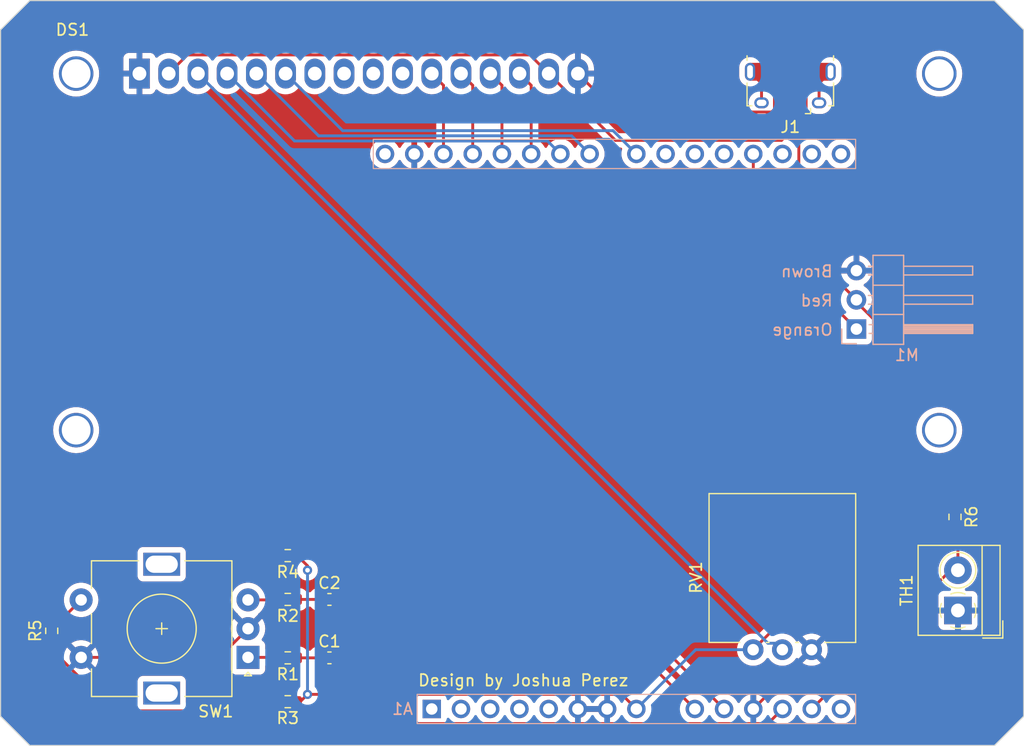
<source format=kicad_pcb>
(kicad_pcb (version 20221018) (generator pcbnew)
  (layers (0 "F.Cu" signal) (31 "B.Cu" signal) (34 "B.Paste" user) (35 "F.Paste" user) (36 "B.SilkS" user "B.Silkscreen") (37 "F.SilkS" user "F.Silkscreen") (38 "B.Mask" user) (39 "F.Mask" user) (44 "Edge.Cuts" user))
  (net 0 "")
  (net 1 "REC_C")
  (net 2 "+5V")
  (net 3 "Net-(DS1-VO)")
  (net 4 "Reg_Select")
  (net 5 "Read{slash}Write")
  (net 6 "LCD_Enable")
  (net 11 "Data_1")
  (net 12 "Data_2")
  (net 13 "Data_3")
  (net 14 "Data_4")
  (net 15 "Servo")
  (net 16 "REC_A")
  (net 17 "REC_B")
  (net 18 "REC_1")
  (net 19 "THI")
  (net 23 "unconnected-(J1-Shield-Pad6)")
  (net 24 "Net-(R1-Pad2)")
  (net 25 "Net-(R2-Pad2)")
  (footprint "Resistor_SMD:R_0603_1608Metric" (layer "F.Cu") (at 145.795 94.425 -90)
    (fp_text reference "R6" (at 0 -1.43 90) (layer "F.SilkS"))
    (fp_text value "10K")
    (fp_line (start -0.237258 -0.5225) (end 0.237258 -0.5225) (stroke (width 0.12)) (layer "F.SilkS"))
    (fp_line (start -0.237258 0.5225) (end 0.237258 0.5225) (stroke (width 0.12)) (layer "F.SilkS"))
    (pad "1" smd roundrect (at -0.825 0 270) (size 0.8 0.95) (layers "F.Cu" "F.Paste" "F.Mask") (net 2 "+5V"))
    (pad "2" smd roundrect (at 0.825 0 270) (size 0.8 0.95) (layers "F.Cu" "F.Paste" "F.Mask") (net 19 "THI"))
  )
  (footprint "Capacitor_SMD:C_0603_1608Metric" (layer "F.Cu") (at 91.44 101.6)
    (fp_text reference "C2" (at 0 -1.43) (layer "F.SilkS"))
    (fp_text value "0.01uF")
    (fp_line (start -0.14058 -0.51) (end 0.14058 -0.51) (stroke (width 0.12)) (layer "F.SilkS"))
    (fp_line (start -0.14058 0.51) (end 0.14058 0.51) (stroke (width 0.12)) (layer "F.SilkS"))
    (pad "1" smd roundrect (at -0.775 0) (size 0.9 0.95) (layers "F.Cu" "F.Paste" "F.Mask") (net 17 "REC_B"))
    (pad "2" smd roundrect (at 0.775 0) (size 0.9 0.95) (layers "F.Cu" "F.Paste" "F.Mask") (net 1 "REC_C"))
  )
  (footprint "TerminalBlock_4Ucon:TerminalBlock_4Ucon_1x02_P3.50mm_Horizontal" (layer "F.Cu") (at 146.05 102.56 90)
    (fp_text reference "TH1" (at 1.75 -4.46 90) (layer "F.SilkS"))
    (fp_text value "Thermistor")
    (fp_line (start -2.4 2.16) (end -2.4 3.9) (stroke (width 0.12)) (layer "F.SilkS"))
    (fp_line (start -2.4 3.9) (end -0.9 3.9) (stroke (width 0.12)) (layer "F.SilkS"))
    (fp_line (start -2.16 -3.46) (end -2.16 3.66) (stroke (width 0.12)) (layer "F.SilkS"))
    (fp_line (start -2.16 -3.46) (end 5.66 -3.46) (stroke (width 0.12)) (layer "F.SilkS"))
    (fp_line (start -2.16 2.1) (end 5.66 2.1) (stroke (width 0.12)) (layer "F.SilkS"))
    (fp_line (start -2.16 3.66) (end 5.66 3.66) (stroke (width 0.12)) (layer "F.SilkS"))
    (fp_line (start 5.66 -3.46) (end 5.66 3.66) (stroke (width 0.12)) (layer "F.SilkS"))
    (fp_arc (start -1.432109 0.607742) (mid -1.555727 -0.00014) (end -1.432 -0.608) (stroke (width 0.12)) (layer "F.SilkS"))
    (fp_arc (start -0.607742 -1.432109) (mid 0.00014 -1.555727) (end 0.608 -1.432) (stroke (width 0.12)) (layer "F.SilkS"))
    (fp_arc (start 0.027011 1.555493) (mid -0.296984 1.527118) (end -0.608 1.432) (stroke (width 0.12)) (layer "F.SilkS"))
    (fp_arc (start 0.607587 1.431385) (mid 0.310017 1.523783) (end 0 1.555) (stroke (width 0.12)) (layer "F.SilkS"))
    (fp_arc (start 1.432109 -0.607742) (mid 1.555727 0.00014) (end 1.432 0.608) (stroke (width 0.12)) (layer "F.SilkS"))
    (fp_circle (center 3.5 0) (end 5.055 0) (stroke (width 0.12)) (fill none) (layer "F.SilkS"))
    (pad "1" thru_hole rect (at 0 0 90) (size 2.4 2.4) (drill 1.2) (layers "*.Cu" "*.Mask") (net 1 "REC_C"))
    (pad "2" thru_hole circle (at 3.5 0 90) (size 2.4 2.4) (drill 1.2) (layers "*.Cu" "*.Mask") (net 19 "THI"))
  )
  (footprint "Resistor_SMD:R_0603_1608Metric" (layer "F.Cu") (at 87.82 110.49 180)
    (fp_text reference "R3" (at 0 -1.43) (layer "F.SilkS"))
    (fp_text value "10K")
    (fp_line (start -0.237258 -0.5225) (end 0.237258 -0.5225) (stroke (width 0.12)) (layer "F.SilkS"))
    (fp_line (start -0.237258 0.5225) (end 0.237258 0.5225) (stroke (width 0.12)) (layer "F.SilkS"))
    (pad "1" smd roundrect (at -0.825 0 180) (size 0.8 0.95) (layers "F.Cu" "F.Paste" "F.Mask") (net 2 "+5V"))
    (pad "2" smd roundrect (at 0.825 0 180) (size 0.8 0.95) (layers "F.Cu" "F.Paste" "F.Mask") (net 24 "Net-(R1-Pad2)"))
  )
  (footprint "Capacitor_SMD:C_0603_1608Metric" (layer "F.Cu") (at 91.44 106.68)
    (fp_text reference "C1" (at 0 -1.43) (layer "F.SilkS"))
    (fp_text value "0.01uF")
    (fp_line (start -0.14058 -0.51) (end 0.14058 -0.51) (stroke (width 0.12)) (layer "F.SilkS"))
    (fp_line (start -0.14058 0.51) (end 0.14058 0.51) (stroke (width 0.12)) (layer "F.SilkS"))
    (pad "1" smd roundrect (at -0.775 0) (size 0.9 0.95) (layers "F.Cu" "F.Paste" "F.Mask") (net 16 "REC_A"))
    (pad "2" smd roundrect (at 0.775 0) (size 0.9 0.95) (layers "F.Cu" "F.Paste" "F.Mask") (net 1 "REC_C"))
  )
  (footprint "Resistor_SMD:R_0603_1608Metric" (layer "F.Cu") (at 67.31 104.33 90)
    (fp_text reference "R5" (at 0 -1.43 90) (layer "F.SilkS"))
    (fp_text value "10K")
    (fp_line (start -0.237258 -0.5225) (end 0.237258 -0.5225) (stroke (width 0.12)) (layer "F.SilkS"))
    (fp_line (start -0.237258 0.5225) (end 0.237258 0.5225) (stroke (width 0.12)) (layer "F.SilkS"))
    (pad "1" smd roundrect (at -0.825 0 90) (size 0.8 0.95) (layers "F.Cu" "F.Paste" "F.Mask") (net 2 "+5V"))
    (pad "2" smd roundrect (at 0.825 0 90) (size 0.8 0.95) (layers "F.Cu" "F.Paste" "F.Mask") (net 18 "REC_1"))
  )
  (footprint "Display:WC1602A" (layer "F.Cu") (at 74.93 55.88)
    (fp_text reference "DS1" (at -5.82 -3.81) (layer "F.SilkS"))
    (fp_text value "WC1602A")
    (pad "" thru_hole circle (at -5.4991 0) (size 3 3) (drill 2.5) (layers "*.Cu" "*.Mask"))
    (pad "" thru_hole circle (at -5.4991 31.0007) (size 3 3) (drill 2.5) (layers "*.Cu" "*.Mask"))
    (pad "" thru_hole circle (at 69.49948 31.0007) (size 3 3) (drill 2.5) (layers "*.Cu" "*.Mask"))
    (pad "" thru_hole circle (at 69.5 0) (size 3 3) (drill 2.5) (layers "*.Cu" "*.Mask"))
    (pad "1" thru_hole rect (at 0 0) (size 1.8 2.6) (drill 1.2) (layers "*.Cu" "*.Mask") (net 1 "REC_C"))
    (pad "2" thru_hole oval (at 2.54 0) (size 1.8 2.6) (drill 1.2) (layers "*.Cu" "*.Mask") (net 2 "+5V"))
    (pad "3" thru_hole oval (at 5.08 0) (size 1.8 2.6) (drill 1.2) (layers "*.Cu" "*.Mask") (net 3 "Net-(DS1-VO)"))
    (pad "4" thru_hole oval (at 7.62 0) (size 1.8 2.6) (drill 1.2) (layers "*.Cu" "*.Mask") (net 4 "Reg_Select"))
    (pad "5" thru_hole oval (at 10.16 0) (size 1.8 2.6) (drill 1.2) (layers "*.Cu" "*.Mask") (net 5 "Read{slash}Write"))
    (pad "6" thru_hole oval (at 12.7 0) (size 1.8 2.6) (drill 1.2) (layers "*.Cu" "*.Mask") (net 6 "LCD_Enable"))
    (pad "7" thru_hole oval (at 15.24 0) (size 1.8 2.6) (drill 1.2) (layers "*.Cu" "*.Mask"))
    (pad "8" thru_hole oval (at 17.78 0) (size 1.8 2.6) (drill 1.2) (layers "*.Cu" "*.Mask"))
    (pad "9" thru_hole oval (at 20.32 0) (size 1.8 2.6) (drill 1.2) (layers "*.Cu" "*.Mask"))
    (pad "10" thru_hole oval (at 22.86 0) (size 1.8 2.6) (drill 1.2) (layers "*.Cu" "*.Mask"))
    (pad "11" thru_hole oval (at 25.4 0) (size 1.8 2.6) (drill 1.2) (layers "*.Cu" "*.Mask") (net 11 "Data_1"))
    (pad "12" thru_hole oval (at 27.94 0) (size 1.8 2.6) (drill 1.2) (layers "*.Cu" "*.Mask") (net 12 "Data_2"))
    (pad "13" thru_hole oval (at 30.48 0) (size 1.8 2.6) (drill 1.2) (layers "*.Cu" "*.Mask") (net 13 "Data_3"))
    (pad "14" thru_hole oval (at 33.02 0) (size 1.8 2.6) (drill 1.2) (layers "*.Cu" "*.Mask") (net 14 "Data_4"))
    (pad "15" thru_hole oval (at 35.56 0) (size 1.8 2.6) (drill 1.2) (layers "*.Cu" "*.Mask") (net 2 "+5V"))
    (pad "16" thru_hole oval (at 38.1 0) (size 1.8 2.6) (drill 1.2) (layers "*.Cu" "*.Mask") (net 1 "REC_C"))
  )
  (footprint "Potentiometer_THT:Potentiometer_Vishay_248GJ-249GJ_Single_Vertical" (layer "F.Cu") (at 133.335 105.97 90)
    (fp_text reference "RV1" (at 6.275 -10.04 90) (layer "F.SilkS"))
    (fp_text value "R_Potentiometer")
    (fp_line (start 0.63 -8.91) (end 0.63 -6.235) (stroke (width 0.12)) (layer "F.SilkS"))
    (fp_line (start 0.63 -8.91) (end 13.57 -8.91) (stroke (width 0.12)) (layer "F.SilkS"))
    (fp_line (start 0.63 -3.925) (end 0.63 -3.695) (stroke (width 0.12)) (layer "F.SilkS"))
    (fp_line (start 0.63 -1.384) (end 0.63 -1.155) (stroke (width 0.12)) (layer "F.SilkS"))
    (fp_line (start 0.63 1.155) (end 0.63 3.83) (stroke (width 0.12)) (layer "F.SilkS"))
    (fp_line (start 0.63 3.83) (end 13.57 3.83) (stroke (width 0.12)) (layer "F.SilkS"))
    (fp_line (start 13.57 -8.91) (end 13.57 3.83) (stroke (width 0.12)) (layer "F.SilkS"))
    (pad "1" thru_hole circle (at 0 0 90) (size 1.8 1.8) (drill 1) (layers "*.Cu" "*.Mask") (net 1 "REC_C"))
    (pad "2" thru_hole circle (at 0 -2.54 90) (size 1.8 1.8) (drill 1) (layers "*.Cu" "*.Mask") (net 3 "Net-(DS1-VO)"))
    (pad "3" thru_hole circle (at 0 -5.08 90) (size 1.8 1.8) (drill 1) (layers "*.Cu" "*.Mask") (net 2 "+5V"))
  )
  (footprint "Connector_USB:USB_Micro-B_Amphenol_10118194_Horizontal" (layer "F.Cu") (at 131.485 57.02 180)
    (fp_text reference "J1" (at 0 -3.5) (layer "F.SilkS"))
    (fp_text value "USB_B_Micro")
    (fp_line (start -3.76 -1.66) (end -3.34 -1.66) (stroke (width 0.12)) (layer "F.SilkS"))
    (fp_line (start -3.76 0.32) (end -3.76 -1.66) (stroke (width 0.12)) (layer "F.SilkS"))
    (fp_line (start -3.76 2.69) (end -3.76 2.29) (stroke (width 0.12)) (layer "F.SilkS"))
    (fp_line (start -1.76 -1.89) (end -1.76 -2.34) (stroke (width 0.12)) (layer "F.SilkS"))
    (fp_line (start -1.31 -2.34) (end -1.76 -2.34) (stroke (width 0.12)) (layer "F.SilkS"))
    (fp_line (start 3.76 -1.66) (end 3.34 -1.66) (stroke (width 0.12)) (layer "F.SilkS"))
    (fp_line (start 3.76 0.32) (end 3.76 -1.66) (stroke (width 0.12)) (layer "F.SilkS"))
    (fp_line (start 3.76 2.29) (end 3.76 2.69) (stroke (width 0.12)) (layer "F.SilkS"))
    (pad "1" smd rect (at -1.3 -1.4 180) (size 0.4 1.35) (layers "F.Cu" "F.Paste" "F.Mask") (net 2 "+5V"))
    (pad "2" smd rect (at -0.65 -1.4 180) (size 0.4 1.35) (layers "F.Cu" "F.Paste" "F.Mask"))
    (pad "3" smd rect (at 0 -1.4 180) (size 0.4 1.35) (layers "F.Cu" "F.Paste" "F.Mask"))
    (pad "4" smd rect (at 0.65 -1.4 180) (size 0.4 1.35) (layers "F.Cu" "F.Paste" "F.Mask"))
    (pad "5" smd rect (at 1.3 -1.4 180) (size 0.4 1.35) (layers "F.Cu" "F.Paste" "F.Mask") (net 1 "REC_C"))
    (pad "6" thru_hole oval (at -3.5 1.3 180) (size 0.89 1.55) (drill oval 0.5 1.15) (layers "*.Cu" "*.Mask") (net 23 "unconnected-(J1-Shield-Pad6)"))
    (pad "6" smd rect (at -2.9 1.3 180) (size 1.2 1.55) (layers "F.Cu" "F.Paste" "F.Mask") (net 23 "unconnected-(J1-Shield-Pad6)"))
    (pad "6" thru_hole oval (at -2.5 -1.4 180) (size 1.25 0.95) (drill oval 0.85 0.55) (layers "*.Cu" "*.Mask") (net 23 "unconnected-(J1-Shield-Pad6)"))
    (pad "6" smd rect (at -1 1.3 180) (size 1.5 1.55) (layers "F.Cu" "F.Paste" "F.Mask") (net 23 "unconnected-(J1-Shield-Pad6)"))
    (pad "6" smd rect (at 1 1.3 180) (size 1.5 1.55) (layers "F.Cu" "F.Paste" "F.Mask") (net 23 "unconnected-(J1-Shield-Pad6)"))
    (pad "6" thru_hole oval (at 2.5 -1.4 180) (size 1.25 0.95) (drill oval 0.85 0.55) (layers "*.Cu" "*.Mask") (net 23 "unconnected-(J1-Shield-Pad6)"))
    (pad "6" smd rect (at 2.9 1.3 180) (size 1.2 1.55) (layers "F.Cu" "F.Paste" "F.Mask") (net 23 "unconnected-(J1-Shield-Pad6)"))
    (pad "6" thru_hole oval (at 3.5 1.3 180) (size 0.89 1.55) (drill oval 0.5 1.15) (layers "*.Cu" "*.Mask") (net 23 "unconnected-(J1-Shield-Pad6)"))
  )
  (footprint "Resistor_SMD:R_0603_1608Metric" (layer "F.Cu") (at 87.82 101.6 180)
    (fp_text reference "R2" (at 0 -1.43) (layer "F.SilkS"))
    (fp_text value "10K")
    (fp_line (start -0.237258 -0.5225) (end 0.237258 -0.5225) (stroke (width 0.12)) (layer "F.SilkS"))
    (fp_line (start -0.237258 0.5225) (end 0.237258 0.5225) (stroke (width 0.12)) (layer "F.SilkS"))
    (pad "1" smd roundrect (at -0.825 0 180) (size 0.8 0.95) (layers "F.Cu" "F.Paste" "F.Mask") (net 17 "REC_B"))
    (pad "2" smd roundrect (at 0.825 0 180) (size 0.8 0.95) (layers "F.Cu" "F.Paste" "F.Mask") (net 25 "Net-(R2-Pad2)"))
  )
  (footprint "Resistor_SMD:R_0603_1608Metric" (layer "F.Cu") (at 87.82 97.79 180)
    (fp_text reference "R4" (at 0 -1.43) (layer "F.SilkS"))
    (fp_text value "10K")
    (fp_line (start -0.237258 -0.5225) (end 0.237258 -0.5225) (stroke (width 0.12)) (layer "F.SilkS"))
    (fp_line (start -0.237258 0.5225) (end 0.237258 0.5225) (stroke (width 0.12)) (layer "F.SilkS"))
    (pad "1" smd roundrect (at -0.825 0 180) (size 0.8 0.95) (layers "F.Cu" "F.Paste" "F.Mask") (net 2 "+5V"))
    (pad "2" smd roundrect (at 0.825 0 180) (size 0.8 0.95) (layers "F.Cu" "F.Paste" "F.Mask") (net 25 "Net-(R2-Pad2)"))
  )
  (footprint "Resistor_SMD:R_0603_1608Metric" (layer "F.Cu") (at 87.82 106.68 180)
    (fp_text reference "R1" (at 0 -1.43) (layer "F.SilkS"))
    (fp_text value "10K")
    (fp_line (start -0.237258 -0.5225) (end 0.237258 -0.5225) (stroke (width 0.12)) (layer "F.SilkS"))
    (fp_line (start -0.237258 0.5225) (end 0.237258 0.5225) (stroke (width 0.12)) (layer "F.SilkS"))
    (pad "1" smd roundrect (at -0.825 0 180) (size 0.8 0.95) (layers "F.Cu" "F.Paste" "F.Mask") (net 16 "REC_A"))
    (pad "2" smd roundrect (at 0.825 0 180) (size 0.8 0.95) (layers "F.Cu" "F.Paste" "F.Mask") (net 24 "Net-(R1-Pad2)"))
  )
  (footprint "Rotary_Encoder:RotaryEncoder_Alps_EC11E-Switch_Vertical_H20mm" (layer "F.Cu") (at 84.365 106.64 180)
    (fp_text reference "SW1" (at 2.8 -4.7) (layer "F.SilkS"))
    (fp_text value "RotaryEncoder_Switch")
    (fp_line (start -0.3 -1.6) (end 0.3 -1.6) (stroke (width 0.12)) (layer "F.SilkS"))
    (fp_line (start 0 -1.3) (end -0.3 -1.6) (stroke (width 0.12)) (layer "F.SilkS"))
    (fp_line (start 0.3 -1.6) (end 0 -1.3) (stroke (width 0.12)) (layer "F.SilkS"))
    (fp_line (start 1.4 -3.4) (end 1.4 8.4) (stroke (width 0.12)) (layer "F.SilkS"))
    (fp_line (start 5.5 -3.4) (end 1.4 -3.4) (stroke (width 0.12)) (layer "F.SilkS"))
    (fp_line (start 5.5 8.4) (end 1.4 8.4) (stroke (width 0.12)) (layer "F.SilkS"))
    (fp_line (start 7 2.5) (end 8 2.5) (stroke (width 0.12)) (layer "F.SilkS"))
    (fp_line (start 7.5 2) (end 7.5 3) (stroke (width 0.12)) (layer "F.SilkS"))
    (fp_line (start 9.5 -3.4) (end 13.6 -3.4) (stroke (width 0.12)) (layer "F.SilkS"))
    (fp_line (start 13.6 -3.4) (end 13.6 -1) (stroke (width 0.12)) (layer "F.SilkS"))
    (fp_line (start 13.6 1.2) (end 13.6 3.8) (stroke (width 0.12)) (layer "F.SilkS"))
    (fp_line (start 13.6 6) (end 13.6 8.4) (stroke (width 0.12)) (layer "F.SilkS"))
    (fp_line (start 13.6 8.4) (end 9.5 8.4) (stroke (width 0.12)) (layer "F.SilkS"))
    (fp_circle (center 7.5 2.5) (end 10.5 2.5) (stroke (width 0.12)) (fill none) (layer "F.SilkS"))
    (pad "A" thru_hole rect (at 0 0 180) (size 2 2) (drill 1) (layers "*.Cu" "*.Mask") (net 24 "Net-(R1-Pad2)"))
    (pad "B" thru_hole circle (at 0 5 180) (size 2 2) (drill 1) (layers "*.Cu" "*.Mask") (net 25 "Net-(R2-Pad2)"))
    (pad "C" thru_hole circle (at 0 2.5 180) (size 2 2) (drill 1) (layers "*.Cu" "*.Mask") (net 1 "REC_C"))
    (pad "MP" thru_hole rect (at 7.5 -3.1 180) (size 3.2 2) (drill oval 2.8 1.5) (layers "*.Cu" "*.Mask"))
    (pad "MP" thru_hole rect (at 7.5 8.1 180) (size 3.2 2) (drill oval 2.8 1.5) (layers "*.Cu" "*.Mask"))
    (pad "S1" thru_hole circle (at 14.5 5 180) (size 2 2) (drill 1) (layers "*.Cu" "*.Mask") (net 18 "REC_1"))
    (pad "S2" thru_hole circle (at 14.5 0 180) (size 2 2) (drill 1) (layers "*.Cu" "*.Mask") (net 1 "REC_C"))
  )
  (footprint "Connector_PinHeader_2.54mm:PinHeader_1x03_P2.54mm_Horizontal" (layer "B.Cu") (at 137.23 78.09)
    (fp_text reference "M1" (at 4.385 2.27) (layer "B.SilkS") (effects (justify mirror)))
    (fp_text value "Motor_Servo")
    (fp_line (start -1.27 0) (end -1.27 1.27) (stroke (width 0.12)) (layer "B.SilkS"))
    (fp_line (start -1.27 1.27) (end 0 1.27) (stroke (width 0.12)) (layer "B.SilkS"))
    (fp_line (start 1.042929 -5.46) (end 1.44 -5.46) (stroke (width 0.12)) (layer "B.SilkS"))
    (fp_line (start 1.042929 -4.7) (end 1.44 -4.7) (stroke (width 0.12)) (layer "B.SilkS"))
    (fp_line (start 1.042929 -2.92) (end 1.44 -2.92) (stroke (width 0.12)) (layer "B.SilkS"))
    (fp_line (start 1.042929 -2.16) (end 1.44 -2.16) (stroke (width 0.12)) (layer "B.SilkS"))
    (fp_line (start 1.11 -0.38) (end 1.44 -0.38) (stroke (width 0.12)) (layer "B.SilkS"))
    (fp_line (start 1.11 0.38) (end 1.44 0.38) (stroke (width 0.12)) (layer "B.SilkS"))
    (fp_line (start 1.44 -6.41) (end 4.1 -6.41) (stroke (width 0.12)) (layer "B.SilkS"))
    (fp_line (start 1.44 -3.81) (end 4.1 -3.81) (stroke (width 0.12)) (layer "B.SilkS"))
    (fp_line (start 1.44 -1.27) (end 4.1 -1.27) (stroke (width 0.12)) (layer "B.SilkS"))
    (fp_line (start 1.44 1.33) (end 1.44 -6.41) (stroke (width 0.12)) (layer "B.SilkS"))
    (fp_line (start 4.1 -6.41) (end 4.1 1.33) (stroke (width 0.12)) (layer "B.SilkS"))
    (fp_line (start 4.1 -4.7) (end 10.1 -4.7) (stroke (width 0.12)) (layer "B.SilkS"))
    (fp_line (start 4.1 -2.16) (end 10.1 -2.16) (stroke (width 0.12)) (layer "B.SilkS"))
    (fp_line (start 4.1 -0.28) (end 10.1 -0.28) (stroke (width 0.12)) (layer "B.SilkS"))
    (fp_line (start 4.1 -0.16) (end 10.1 -0.16) (stroke (width 0.12)) (layer "B.SilkS"))
    (fp_line (start 4.1 -0.04) (end 10.1 -0.04) (stroke (width 0.12)) (layer "B.SilkS"))
    (fp_line (start 4.1 0.08) (end 10.1 0.08) (stroke (width 0.12)) (layer "B.SilkS"))
    (fp_line (start 4.1 0.2) (end 10.1 0.2) (stroke (width 0.12)) (layer "B.SilkS"))
    (fp_line (start 4.1 0.32) (end 10.1 0.32) (stroke (width 0.12)) (layer "B.SilkS"))
    (fp_line (start 4.1 0.38) (end 10.1 0.38) (stroke (width 0.12)) (layer "B.SilkS"))
    (fp_line (start 4.1 1.33) (end 1.44 1.33) (stroke (width 0.12)) (layer "B.SilkS"))
    (fp_line (start 10.1 -5.46) (end 4.1 -5.46) (stroke (width 0.12)) (layer "B.SilkS"))
    (fp_line (start 10.1 -4.7) (end 10.1 -5.46) (stroke (width 0.12)) (layer "B.SilkS"))
    (fp_line (start 10.1 -2.92) (end 4.1 -2.92) (stroke (width 0.12)) (layer "B.SilkS"))
    (fp_line (start 10.1 -2.16) (end 10.1 -2.92) (stroke (width 0.12)) (layer "B.SilkS"))
    (fp_line (start 10.1 -0.38) (end 4.1 -0.38) (stroke (width 0.12)) (layer "B.SilkS"))
    (fp_line (start 10.1 0.38) (end 10.1 -0.38) (stroke (width 0.12)) (layer "B.SilkS"))
    (pad "1" thru_hole rect (at 0 0) (size 1.7 1.7) (drill 1) (layers "*.Cu" "*.Mask") (net 15 "Servo"))
    (pad "2" thru_hole oval (at 0 -2.54) (size 1.7 1.7) (drill 1) (layers "*.Cu" "*.Mask") (net 2 "+5V"))
    (pad "3" thru_hole oval (at 0 -5.08) (size 1.7 1.7) (drill 1) (layers "*.Cu" "*.Mask") (net 1 "REC_C"))
  )
  (footprint "Module:Arduino_UNO_R2" (layer "B.Cu") (at 100.33 111.125)
    (fp_text reference "A1" (at -2.54 0 -360) (layer "B.SilkS") (effects (justify mirror)))
    (fp_text value "Arduino_UNO_R2")
    (fp_rect (start -1.27 1.27) (end 36.83 -1.27) (stroke (width 0.1)) (fill none) (layer "B.SilkS"))
    (fp_rect (start 36.83 -46.99) (end -5.08 -49.53) (stroke (width 0.1)) (fill none) (layer "B.SilkS"))
    (pad "1" thru_hole rect (at 0 0 270) (size 1.6 1.6) (drill 1) (layers "*.Cu" "*.Mask"))
    (pad "2" thru_hole oval (at 2.54 0 270) (size 1.6 1.6) (drill 1) (layers "*.Cu" "*.Mask"))
    (pad "3" thru_hole oval (at 5.08 0 270) (size 1.6 1.6) (drill 1) (layers "*.Cu" "*.Mask"))
    (pad "4" thru_hole oval (at 7.62 0 270) (size 1.6 1.6) (drill 1) (layers "*.Cu" "*.Mask"))
    (pad "5" thru_hole oval (at 10.16 0 270) (size 1.6 1.6) (drill 1) (layers "*.Cu" "*.Mask"))
    (pad "6" thru_hole oval (at 12.7 0 270) (size 1.6 1.6) (drill 1) (layers "*.Cu" "*.Mask") (net 1 "REC_C"))
    (pad "7" thru_hole oval (at 15.24 0 270) (size 1.6 1.6) (drill 1) (layers "*.Cu" "*.Mask") (net 1 "REC_C"))
    (pad "8" thru_hole oval (at 17.78 0 270) (size 1.6 1.6) (drill 1) (layers "*.Cu" "*.Mask") (net 2 "+5V"))
    (pad "9" thru_hole oval (at 22.86 0 270) (size 1.6 1.6) (drill 1) (layers "*.Cu" "*.Mask") (net 16 "REC_A"))
    (pad "10" thru_hole oval (at 25.4 0 270) (size 1.6 1.6) (drill 1) (layers "*.Cu" "*.Mask") (net 17 "REC_B"))
    (pad "11" thru_hole oval (at 27.94 0 270) (size 1.6 1.6) (drill 1) (layers "*.Cu" "*.Mask") (net 1 "REC_C"))
    (pad "12" thru_hole oval (at 30.48 0 270) (size 1.6 1.6) (drill 1) (layers "*.Cu" "*.Mask") (net 18 "REC_1"))
    (pad "13" thru_hole oval (at 33.02 0 270) (size 1.6 1.6) (drill 1) (layers "*.Cu" "*.Mask") (net 19 "THI"))
    (pad "14" thru_hole oval (at 35.56 0 270) (size 1.6 1.6) (drill 1) (layers "*.Cu" "*.Mask"))
    (pad "15" thru_hole oval (at 35.56 -48.26 270) (size 1.6 1.6) (drill 1) (layers "*.Cu" "*.Mask"))
    (pad "16" thru_hole oval (at 33.02 -48.26 270) (size 1.6 1.6) (drill 1) (layers "*.Cu" "*.Mask"))
    (pad "17" thru_hole oval (at 30.48 -48.26 270) (size 1.6 1.6) (drill 1) (layers "*.Cu" "*.Mask"))
    (pad "18" thru_hole oval (at 27.94 -48.26 270) (size 1.6 1.6) (drill 1) (layers "*.Cu" "*.Mask") (net 15 "Servo"))
    (pad "19" thru_hole oval (at 25.4 -48.26 270) (size 1.6 1.6) (drill 1) (layers "*.Cu" "*.Mask"))
    (pad "20" thru_hole oval (at 22.86 -48.26 270) (size 1.6 1.6) (drill 1) (layers "*.Cu" "*.Mask"))
    (pad "21" thru_hole oval (at 20.32 -48.26 270) (size 1.6 1.6) (drill 1) (layers "*.Cu" "*.Mask"))
    (pad "22" thru_hole oval (at 17.78 -48.26 270) (size 1.6 1.6) (drill 1) (layers "*.Cu" "*.Mask") (net 6 "LCD_Enable"))
    (pad "23" thru_hole oval (at 13.72 -48.26 270) (size 1.6 1.6) (drill 1) (layers "*.Cu" "*.Mask") (net 5 "Read{slash}Write"))
    (pad "24" thru_hole oval (at 11.18 -48.26 270) (size 1.6 1.6) (drill 1) (layers "*.Cu" "*.Mask") (net 4 "Reg_Select"))
    (pad "25" thru_hole oval (at 8.64 -48.26 270) (size 1.6 1.6) (drill 1) (layers "*.Cu" "*.Mask") (net 14 "Data_4"))
    (pad "26" thru_hole oval (at 6.1 -48.26 270) (size 1.6 1.6) (drill 1) (layers "*.Cu" "*.Mask") (net 13 "Data_3"))
    (pad "27" thru_hole oval (at 3.56 -48.26 270) (size 1.6 1.6) (drill 1) (layers "*.Cu" "*.Mask") (net 12 "Data_2"))
    (pad "28" thru_hole oval (at 1.02 -48.26 270) (size 1.6 1.6) (drill 1) (layers "*.Cu" "*.Mask") (net 11 "Data_1"))
    (pad "29" thru_hole oval (at -1.52 -48.26 270) (size 1.6 1.6) (drill 1) (layers "*.Cu" "*.Mask") (net 1 "REC_C"))
    (pad "30" thru_hole oval (at -4.06 -48.26 270) (size 1.6 1.6) (drill 1) (layers "*.Cu" "*.Mask"))
  )
  (gr_line (start 62.865 52.07) (end 62.865 111.76) (stroke (width 0.1)) (layer "Edge.Cuts"))
  (gr_line (start 62.865 52.07) (end 65.405 49.53) (stroke (width 0.1)) (layer "Edge.Cuts"))
  (gr_line (start 149.225 114.3) (end 151.765 111.76) (stroke (width 0.1)) (layer "Edge.Cuts"))
  (gr_line (start 149.225 49.53) (end 151.765 52.07) (stroke (width 0.1)) (layer "Edge.Cuts"))
  (gr_line (start 65.405 49.53) (end 149.225 49.53) (stroke (width 0.1)) (layer "Edge.Cuts"))
  (gr_line (start 65.405 114.3) (end 149.225 114.3) (stroke (width 0.1)) (layer "Edge.Cuts"))
  (gr_line (start 151.765 52.07) (end 151.765 111.76) (stroke (width 0.1)) (layer "Edge.Cuts"))
  (gr_line (start 62.865 111.76) (end 65.405 114.3) (stroke (width 0.1)) (layer "Edge.Cuts"))
  (gr_text "Orange" (at 135.255 78.74) (layer "B.SilkS") (effects (font (size 1 1)) (justify left bottom mirror)))
  (gr_text "Brown\n" (at 135.255 73.66) (layer "B.SilkS") (effects (font (size 1 1)) (justify left bottom mirror)))
  (gr_text "Red\n" (at 135.255 76.2) (layer "B.SilkS") (effects (font (size 1 1)) (justify left bottom mirror)))
  (gr_text "Design by Joshua Perez" (at 99.06 109.22) (layer "F.SilkS") (effects (font (size 1 1)) (justify left bottom)))
  (segment (start 130.185 58.42) (end 130.185 58.895) (width 0.25) (layer "F.Cu") (net 1))
  (segment (start 113.03 111.125) (end 115.57 111.125) (width 0.25) (layer "F.Cu") (net 1))
  (segment (start 129.86 59.22) (end 116.37 59.22) (width 0.25) (layer "F.Cu") (net 1))
  (segment (start 81.865 106.64) (end 84.365 104.14) (width 0.25) (layer "F.Cu") (net 1))
  (segment (start 128.27 111.125) (end 133.335 106.06) (width 0.25) (layer "F.Cu") (net 1))
  (segment (start 130.185 58.895) (end 129.86 59.22) (width 0.25) (layer "F.Cu") (net 1))
  (segment (start 116.37 59.22) (end 113.03 55.88) (width 0.25) (layer "F.Cu") (net 1))
  (segment (start 69.865 106.64) (end 81.865 106.64) (width 0.25) (layer "F.Cu") (net 1))
  (segment (start 133.335 106.06) (end 133.335 105.97) (width 0.25) (layer "F.Cu") (net 1))
  (segment (start 137.23 75.55) (end 132.225 70.545) (width 0.25) (layer "F.Cu") (net 2))
  (segment (start 88.645 110.49) (end 88.9 110.49) (width 0.25) (layer "F.Cu") (net 2))
  (segment (start 130.72 61.685) (end 132.08 60.325) (width 0.25) (layer "F.Cu") (net 2))
  (segment (start 137.23 75.74) (end 141.605 80.115) (width 0.25) (layer "F.Cu") (net 2))
  (segment (start 67.31 105.958833) (end 72.641167 111.29) (width 0.25) (layer "F.Cu") (net 2))
  (segment (start 77.47 55.88) (end 79.095 54.255) (width 0.25) (layer "F.Cu") (net 2))
  (segment (start 67.31 105.155) (end 67.31 105.958833) (width 0.25) (layer "F.Cu") (net 2))
  (segment (start 79.095 54.255) (end 108.865 54.255) (width 0.25) (layer "F.Cu") (net 2))
  (segment (start 132.225 60.18) (end 132.785 59.62) (width 0.25) (layer "F.Cu") (net 2))
  (segment (start 128.255 105.97) (end 140.625 93.6) (width 0.25) (layer "F.Cu") (net 2))
  (segment (start 116.84 109.855) (end 118.11 111.125) (width 0.25) (layer "F.Cu") (net 2))
  (segment (start 88.9 110.49) (end 89.535 109.855) (width 0.25) (layer "F.Cu") (net 2))
  (segment (start 108.865 54.255) (end 110.49 55.88) (width 0.25) (layer "F.Cu") (net 2))
  (segment (start 89.535 98.68) (end 88.645 97.79) (width 0.25) (layer "F.Cu") (net 2))
  (segment (start 72.641167 111.29) (end 87.845 111.29) (width 0.25) (layer "F.Cu") (net 2))
  (segment (start 87.845 111.29) (end 88.645 110.49) (width 0.25) (layer "F.Cu") (net 2))
  (segment (start 141.605 92.62) (end 140.625 93.6) (width 0.25) (layer "F.Cu") (net 2))
  (segment (start 132.785 59.62) (end 132.785 58.42) (width 0.25) (layer "F.Cu") (net 2))
  (segment (start 132.225 70.545) (end 132.225 60.18) (width 0.25) (layer "F.Cu") (net 2))
  (segment (start 89.535 109.855) (end 116.84 109.855) (width 0.25) (layer "F.Cu") (net 2))
  (segment (start 89.535 99.06) (end 89.535 98.68) (width 0.25) (layer "F.Cu") (net 2))
  (segment (start 116.295 61.685) (end 130.72 61.685) (width 0.25) (layer "F.Cu") (net 2))
  (segment (start 137.23 75.55) (end 137.23 75.74) (width 0.25) (layer "F.Cu") (net 2))
  (segment (start 141.605 80.115) (end 141.605 92.62) (width 0.25) (layer "F.Cu") (net 2))
  (segment (start 140.625 93.6) (end 145.795 93.6) (width 0.25) (layer "F.Cu") (net 2))
  (segment (start 110.49 55.88) (end 116.295 61.685) (width 0.25) (layer "F.Cu") (net 2))
  (via (at 89.535 109.855) (size 0.8) (drill 0.4) (layers "F.Cu" "B.Cu") (net 2))
  (via (at 89.535 99.06) (size 0.8) (drill 0.4) (layers "F.Cu" "B.Cu") (net 2))
  (segment (start 128.255 105.97) (end 123.265 105.97) (width 0.25) (layer "B.Cu") (net 2))
  (segment (start 123.265 105.97) (end 118.11 111.125) (width 0.25) (layer "B.Cu") (net 2))
  (segment (start 89.535 109.855) (end 89.535 99.06) (width 0.25) (layer "B.Cu") (net 2))
  (segment (start 129.54 105.41) (end 130.235 105.41) (width 0.25) (layer "B.Cu") (net 3))
  (segment (start 130.235 105.41) (end 130.795 105.97) (width 0.25) (layer "B.Cu") (net 3))
  (segment (start 80.01 55.88) (end 129.54 105.41) (width 0.25) (layer "B.Cu") (net 3))
  (segment (start 82.55 55.88) (end 88.41 61.74) (width 0.25) (layer "B.Cu") (net 4))
  (segment (start 88.41 61.74) (end 110.385 61.74) (width 0.25) (layer "B.Cu") (net 4))
  (segment (start 110.385 61.74) (end 111.51 62.865) (width 0.25) (layer "B.Cu") (net 4))
  (segment (start 85.09 55.88) (end 90.5 61.29) (width 0.25) (layer "B.Cu") (net 5))
  (segment (start 90.5 61.29) (end 112.475 61.29) (width 0.25) (layer "B.Cu") (net 5))
  (segment (start 112.475 61.29) (end 114.05 62.865) (width 0.25) (layer "B.Cu") (net 5))
  (segment (start 116.085 60.84) (end 118.11 62.865) (width 0.25) (layer "B.Cu") (net 6))
  (segment (start 92.59 60.84) (end 116.085 60.84) (width 0.25) (layer "B.Cu") (net 6))
  (segment (start 87.63 55.88) (end 92.59 60.84) (width 0.25) (layer "B.Cu") (net 6))
  (segment (start 101.35 56.9) (end 100.33 55.88) (width 0.25) (layer "F.Cu") (net 11))
  (segment (start 101.35 62.865) (end 101.35 56.9) (width 0.25) (layer "F.Cu") (net 11))
  (segment (start 103.89 56.9) (end 102.87 55.88) (width 0.25) (layer "F.Cu") (net 12))
  (segment (start 103.89 62.865) (end 103.89 56.9) (width 0.25) (layer "F.Cu") (net 12))
  (segment (start 106.43 56.9) (end 105.41 55.88) (width 0.25) (layer "F.Cu") (net 13))
  (segment (start 106.43 62.865) (end 106.43 56.9) (width 0.25) (layer "F.Cu") (net 13))
  (segment (start 108.97 56.9) (end 107.95 55.88) (width 0.25) (layer "F.Cu") (net 14))
  (segment (start 108.97 62.865) (end 108.97 56.9) (width 0.25) (layer "F.Cu") (net 14))
  (segment (start 128.27 62.865) (end 128.27 69.13) (width 0.25) (layer "F.Cu") (net 15))
  (segment (start 128.27 69.13) (end 137.23 78.09) (width 0.25) (layer "F.Cu") (net 15))
  (segment (start 91.465 107.48) (end 119.545 107.48) (width 0.25) (layer "F.Cu") (net 16))
  (segment (start 119.545 107.48) (end 123.19 111.125) (width 0.25) (layer "F.Cu") (net 16))
  (segment (start 90.665 106.68) (end 91.465 107.48) (width 0.25) (layer "F.Cu") (net 16))
  (segment (start 88.645 106.68) (end 90.665 106.68) (width 0.25) (layer "F.Cu") (net 16))
  (segment (start 90.665 101.6) (end 91.465 100.8) (width 0.25) (layer "F.Cu") (net 17))
  (segment (start 88.645 101.6) (end 90.665 101.6) (width 0.25) (layer "F.Cu") (net 17))
  (segment (start 115.405 100.8) (end 125.73 111.125) (width 0.25) (layer "F.Cu") (net 17))
  (segment (start 91.465 100.8) (end 115.405 100.8) (width 0.25) (layer "F.Cu") (net 17))
  (segment (start 67.31 103.505) (end 66.51 104.305) (width 0.25) (layer "F.Cu") (net 18))
  (segment (start 66.51 104.305) (end 66.51 105.795229) (width 0.25) (layer "F.Cu") (net 18))
  (segment (start 73.109771 112.395) (end 129.54 112.395) (width 0.25) (layer "F.Cu") (net 18))
  (segment (start 66.51 105.795229) (end 73.109771 112.395) (width 0.25) (layer "F.Cu") (net 18))
  (segment (start 129.54 112.395) (end 130.81 111.125) (width 0.25) (layer "F.Cu") (net 18))
  (segment (start 67.31 103.505) (end 68 103.505) (width 0.25) (layer "F.Cu") (net 18))
  (segment (start 68 103.505) (end 69.865 101.64) (width 0.25) (layer "F.Cu") (net 18))
  (segment (start 146.05 95.505) (end 145.795 95.25) (width 0.25) (layer "F.Cu") (net 19))
  (segment (start 146.05 99.06) (end 146.05 95.505) (width 0.25) (layer "F.Cu") (net 19))
  (segment (start 133.35 111.125) (end 145.415 99.06) (width 0.25) (layer "F.Cu") (net 19))
  (segment (start 145.415 99.06) (end 146.05 99.06) (width 0.25) (layer "F.Cu") (net 19))
  (segment (start 128.985 56.72) (end 127.985 55.72) (width 0.25) (layer "F.Cu") (net 23))
  (segment (start 132.485 55.72) (end 134.385 55.72) (width 0.25) (layer "F.Cu") (net 23))
  (segment (start 130.485 55.72) (end 132.485 55.72) (width 0.25) (layer "F.Cu") (net 23))
  (segment (start 133.985 56.72) (end 134.985 55.72) (width 0.25) (layer "F.Cu") (net 23))
  (segment (start 133.985 58.42) (end 133.985 56.72) (width 0.25) (layer "F.Cu") (net 23))
  (segment (start 128.985 58.42) (end 128.985 56.72) (width 0.25) (layer "F.Cu") (net 23))
  (segment (start 127.985 55.72) (end 130.485 55.72) (width 0.25) (layer "F.Cu") (net 23))
  (segment (start 86.955 106.64) (end 84.365 106.64) (width 0.25) (layer "F.Cu") (net 24))
  (segment (start 86.995 106.68) (end 86.955 106.64) (width 0.25) (layer "F.Cu") (net 24))
  (segment (start 86.995 106.68) (end 86.995 110.49) (width 0.25) (layer "F.Cu") (net 24))
  (segment (start 86.995 101.6) (end 86.955 101.64) (width 0.25) (layer "F.Cu") (net 25))
  (segment (start 86.995 101.6) (end 86.995 97.79) (width 0.25) (layer "F.Cu") (net 25))
  (segment (start 86.955 101.64) (end 84.365 101.64) (width 0.25) (layer "F.Cu") (net 25))
  (zone (net 1) (net_name "REC_C") (layer "F.Cu") (priority 2) (connect_pads (clearance 0.5)) (min_thickness 0.25) (fill yes (thermal_gap 0.5) (thermal_bridge_width 0.5))
    (polygon (pts (xy 62.865 52.07) (xy 65.405 49.53) (xy 149.225 49.53) (xy 151.765 52.07) (xy 151.765 111.76) (xy 149.225 114.3) (xy 65.405 114.3) (xy 62.865 111.76)))
  )
  (zone (net 1) (net_name "REC_C") (layer "B.Cu") (priority 1) (connect_pads (clearance 0.5)) (min_thickness 0.25) (fill yes (thermal_gap 0.5) (thermal_bridge_width 0.5))
    (polygon (pts (xy 62.865 52.07) (xy 65.405 49.53) (xy 149.225 49.53) (xy 151.765 52.07) (xy 151.765 111.76) (xy 149.225 114.3) (xy 65.405 114.3) (xy 62.865 111.76)))
  )
)
</source>
